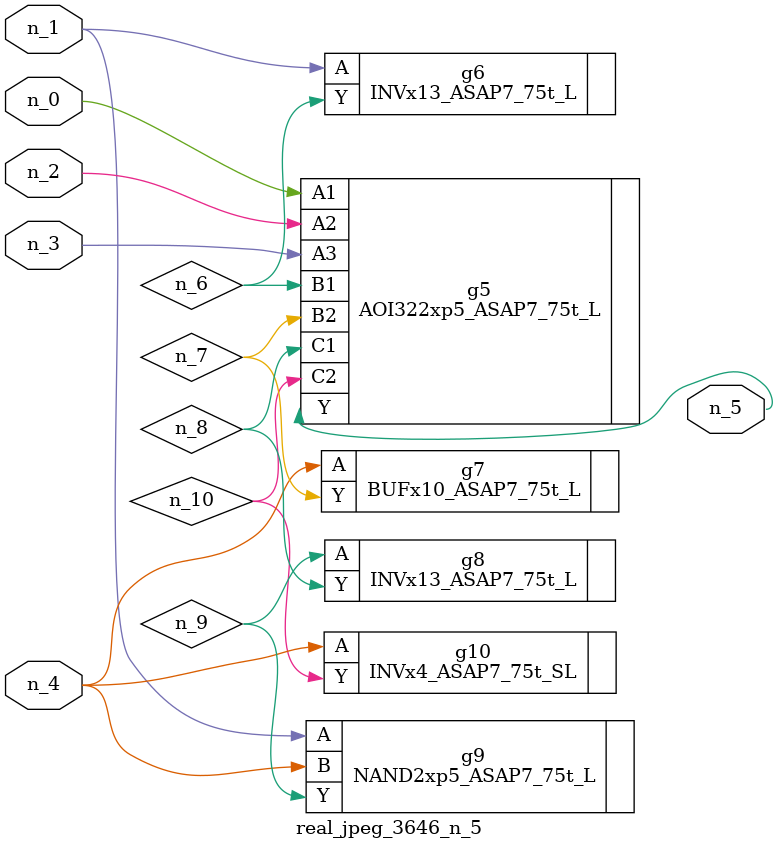
<source format=v>
module real_jpeg_3646_n_5 (n_4, n_0, n_1, n_2, n_3, n_5);

input n_4;
input n_0;
input n_1;
input n_2;
input n_3;

output n_5;

wire n_8;
wire n_6;
wire n_7;
wire n_10;
wire n_9;

AOI322xp5_ASAP7_75t_L g5 ( 
.A1(n_0),
.A2(n_2),
.A3(n_3),
.B1(n_6),
.B2(n_7),
.C1(n_8),
.C2(n_10),
.Y(n_5)
);

INVx13_ASAP7_75t_L g6 ( 
.A(n_1),
.Y(n_6)
);

NAND2xp5_ASAP7_75t_L g9 ( 
.A(n_1),
.B(n_4),
.Y(n_9)
);

BUFx10_ASAP7_75t_L g7 ( 
.A(n_4),
.Y(n_7)
);

INVx4_ASAP7_75t_SL g10 ( 
.A(n_4),
.Y(n_10)
);

INVx13_ASAP7_75t_L g8 ( 
.A(n_9),
.Y(n_8)
);


endmodule
</source>
